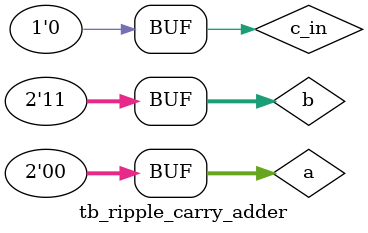
<source format=v>
module tb_ripple_carry_adder;
reg [1:0] a; // Define all I/O ports
reg [1:0] b;
reg c_in;
wire [1:0] sum;
wire c_out;
// Map all th I/O ports with DUT
Ripple_carry_adder uut (.a(a), .b(b), .c_in(c_in), .sum(sum), .c_out(c_out));

initial begin
     a = 2'b01; b = 2'b11; c_in = 1'b1; #100;
     a = 2'b11; b = 2'b11; c_in = 1'b1; #100;
     a = 2'b10; b = 2'b01; c_in = 1'b0; #100;
     a = 2'b00; b = 2'b11; c_in = 1'b0; #100;
   end
endmodule

</source>
